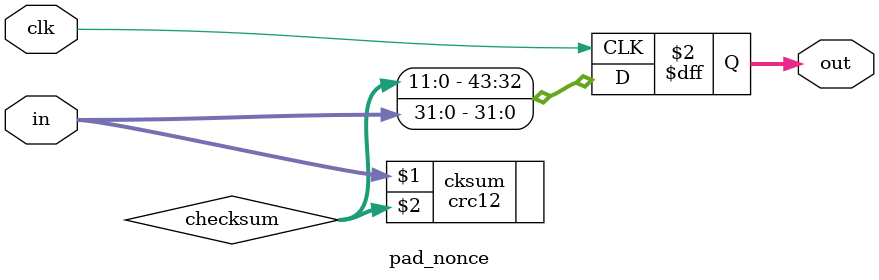
<source format=v>
`define THROUGHPUT 1000

module pad_nonce(clk, in, out);
    input clk;
    input [31:0] in;
    output reg [43:0] out;

    wire [11:0] checksum;
    crc12 cksum(in, checksum);

    always @(posedge clk)
    begin
        out <= { checksum, in };
    end
endmodule
</source>
